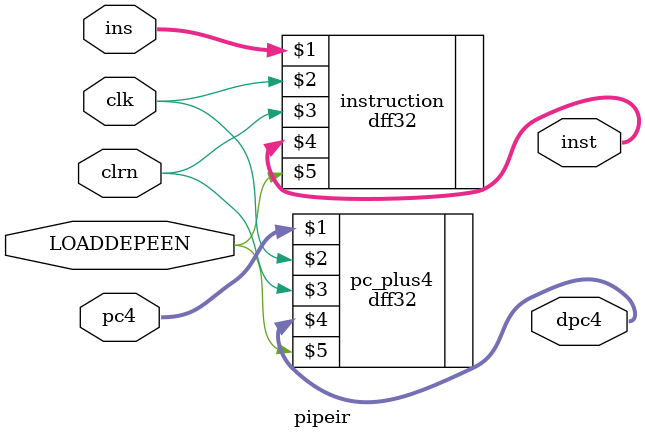
<source format=v>
`timescale 1ns / 1ps
module pipeir(pc4,ins,clk,clrn,dpc4,inst,LOADDEPEEN
    );
	 input [31:0] pc4,ins;
	 input clk,clrn;
	 input LOADDEPEEN;
	 output [31:0] dpc4,inst;
	 dff32 pc_plus4 (pc4,clk,clrn,dpc4,LOADDEPEEN);
	 dff32 instruction (ins,clk,clrn,inst,LOADDEPEEN);
endmodule

</source>
